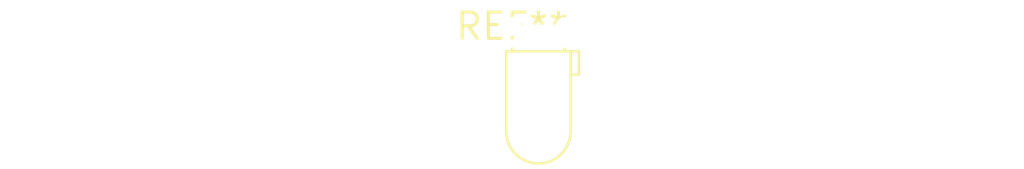
<source format=kicad_pcb>
(kicad_pcb (version 20240108) (generator pcbnew)
  (layers (0 "F.Cu" signal) (31 "B.Cu" signal) (34 "B.Paste" user) (35 "F.Paste" user) (36 "B.SilkS" user "B.Silkscreen") (37 "F.SilkS" user "F.Silkscreen") (38 "B.Mask" user) (39 "F.Mask" user) (44 "Edge.Cuts" user))
  (net 0 "")
  (footprint "LED_D3.0mm_Horizontal_O1.27mm_Z2.0mm_IRBlack" (layer "F.Cu") (at 0 0)
    (property "Reference" "REF**")
    (property "Value" "LED_D3.0mm_Horizontal_O1.27mm_Z2.0mm_IRBlack")
    (fp_line (start -0.29 1.21) (end -0.29 5.07) (layer "F.SilkS") (stroke (width 0.12)))
    (fp_line (start -0.29 1.21) (end 2.83 1.21) (layer "F.SilkS") (stroke (width 0.12)))
    (fp_line (start 0 1.08) (end 0 1.08) (layer "F.SilkS") (stroke (width 0.12)))
    (fp_line (start 0 1.08) (end 0 1.21) (layer "F.SilkS") (stroke (width 0.12)))
    (fp_line (start 0 1.21) (end 0 1.08) (layer "F.SilkS") (stroke (width 0.12)))
    (fp_line (start 0 1.21) (end 0 1.21) (layer "F.SilkS") (stroke (width 0.12)))
    (fp_line (start 2.54 1.08) (end 2.54 1.08) (layer "F.SilkS") (stroke (width 0.12)))
    (fp_line (start 2.54 1.08) (end 2.54 1.21) (layer "F.SilkS") (stroke (width 0.12)))
    (fp_line (start 2.54 1.21) (end 2.54 1.08) (layer "F.SilkS") (stroke (width 0.12)))
    (fp_line (start 2.54 1.21) (end 2.54 1.21) (layer "F.SilkS") (stroke (width 0.12)))
    (fp_line (start 2.83 1.21) (end 2.83 5.07) (layer "F.SilkS") (stroke (width 0.12)))
    (fp_line (start 2.83 1.21) (end 3.23 1.21) (layer "F.SilkS") (stroke (width 0.12)))
    (fp_line (start 2.83 2.33) (end 2.83 1.21) (layer "F.SilkS") (stroke (width 0.12)))
    (fp_line (start 3.23 1.21) (end 3.23 2.33) (layer "F.SilkS") (stroke (width 0.12)))
    (fp_line (start 3.23 2.33) (end 2.83 2.33) (layer "F.SilkS") (stroke (width 0.12)))
    (fp_arc (start 2.83 5.07) (mid 1.27 6.63) (end -0.29 5.07) (layer "F.SilkS") (stroke (width 0.12)))
    (pad "1" thru_hole rect (at 0 0) (size 1.8 1.8) (drill 0.9) (layers *.Cu *.Mask) (remove_unused_layers))
    (pad "2" thru_hole circle (at 2.54 0) (size 1.8 1.8) (drill 0.9) (layers *.Cu *.Mask) (remove_unused_layers))
  )
)
</source>
